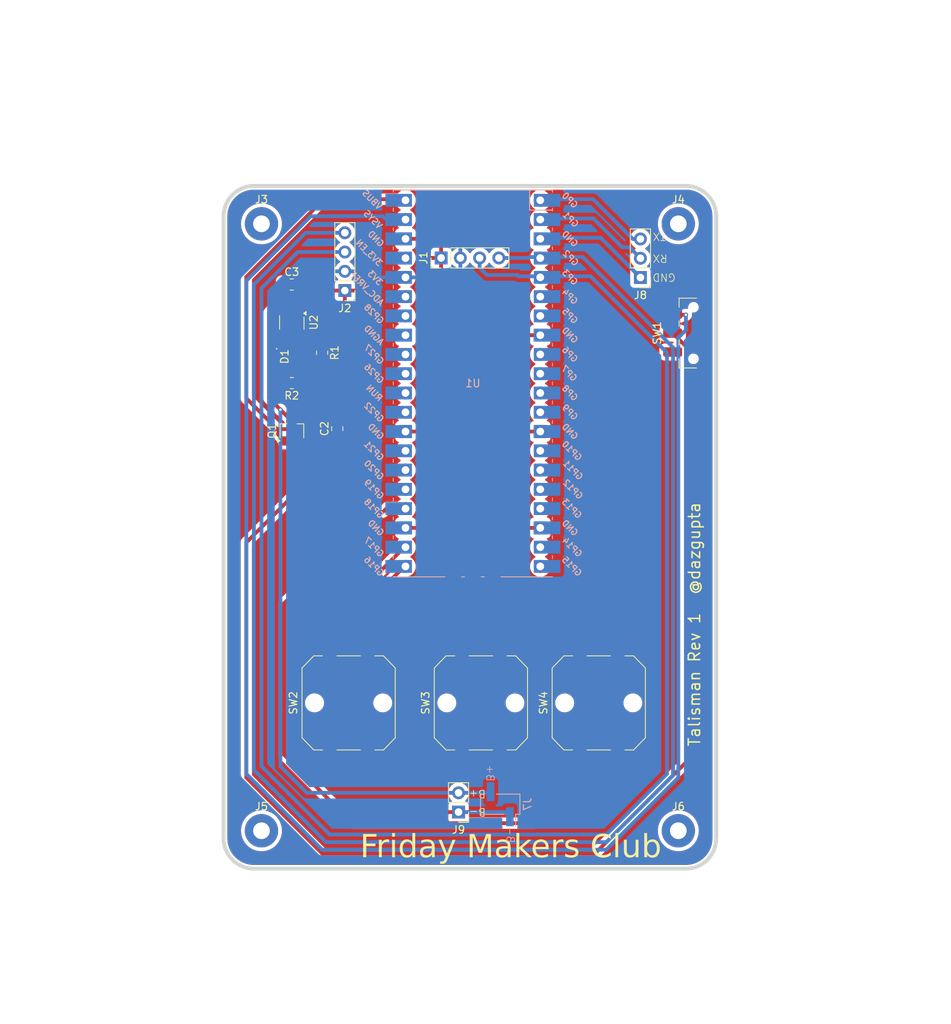
<source format=kicad_pcb>
(kicad_pcb (version 20240108) (generator "pcbnew") (generator_version "8.0")
  (title_block (title "Talisman ") (date "2024-11-01") (rev "2") (company "Friday Makers Club"))
  (layers (0 "F.Cu" signal) (31 "B.Cu" signal) (34 "B.Paste" user) (35 "F.Paste" user) (36 "B.SilkS" user "B.Silkscreen") (37 "F.SilkS" user "F.Silkscreen") (38 "B.Mask" user) (39 "F.Mask" user) (44 "Edge.Cuts" user))
  (net 0 "")
  (net 1 "VBAT+")
  (net 2 "VUSB")
  (net 3 "Net-(U2-PROG)")
  (net 4 "VSYS")
  (net 5 "+3V3")
  (net 7 "Net-(SW1-B)")
  (net 12 "BTLEFT")
  (net 13 "BTCENTER")
  (net 14 "BTRIGHT")
  (net 15 "Net-(J8-GND)")
  (net 16 "Net-(J8-RX)")
  (net 17 "Net-(J8-TX)")
  (net 18 "OLED_SCL")
  (net 19 "OLED_SDA")
  (net 20 "GND")
  (net 21 "Net-(D1-A)")
  (net 22 "Net-(D1-K)")
  (footprint "Connector_PinHeader_2.54mm:PinHeader_1x04_P2.54mm_Vertical" (layer "F.Cu") (at 108.7 59.5 90)
    (property "Reference" "J1" (at 0 -2.33 90) (layer "F.SilkS"))
    (property "Value" "OLED2")
    (fp_line (start -1.33 -1.33) (end 0 -1.33) (stroke (width 0.12)) (layer "F.SilkS"))
    (fp_line (start -1.33 0) (end -1.33 -1.33) (stroke (width 0.12)) (layer "F.SilkS"))
    (fp_line (start 1.33 1.27) (end 1.33 8.95) (stroke (width 0.12)) (layer "F.SilkS"))
    (fp_line (start -1.33 1.27) (end 1.33 1.27) (stroke (width 0.12)) (layer "F.SilkS"))
    (fp_line (start -1.33 1.27) (end -1.33 8.95) (stroke (width 0.12)) (layer "F.SilkS"))
    (fp_line (start -1.33 8.95) (end 1.33 8.95) (stroke (width 0.12)) (layer "F.SilkS"))
    (pad "1" thru_hole rect (at 0 0 90) (size 1.7 1.7) (drill 1) (layers "*.Cu" "*.Mask") (net 20 "GND"))
    (pad "2" thru_hole oval (at 0 2.54 90) (size 1.7 1.7) (drill 1) (layers "*.Cu" "*.Mask") (net 5 "+3V3"))
    (pad "3" thru_hole oval (at 0 5.08 90) (size 1.7 1.7) (drill 1) (layers "*.Cu" "*.Mask") (net 18 "OLED_SCL"))
    (pad "4" thru_hole oval (at 0 7.62 90) (size 1.7 1.7) (drill 1) (layers "*.Cu" "*.Mask") (net 19 "OLED_SDA"))
  )
  (footprint "Button_Switch_SMD:SW_SPDT_CK_JS102011SAQN" (layer "F.Cu") (at 142 69.4 90)
    (property "Reference" "SW1" (at 0 -4.8 90) (layer "F.SilkS"))
    (property "Value" "SW_SPDT")
    (fp_line (start 4.6 -1.9) (end 4.6 0.4) (stroke (width 0.12)) (layer "F.SilkS"))
    (fp_line (start 3.4 -1.9) (end 4.6 -1.9) (stroke (width 0.12)) (layer "F.SilkS"))
    (fp_line (start 1.6 -1.9) (end 0.9 -1.9) (stroke (width 0.12)) (layer "F.SilkS"))
    (fp_line (start -0.9 -1.9) (end -1.6 -1.9) (stroke (width 0.12)) (layer "F.SilkS"))
    (fp_line (start -4.6 -1.9) (end -3.4 -1.9) (stroke (width 0.12)) (layer "F.SilkS"))
    (fp_line (start -4.6 0.4) (end -4.6 -1.9) (stroke (width 0.12)) (layer "F.SilkS"))
    (pad "" np_thru_hole circle (at -3.4 0 90) (size 0.9 0.9) (drill 0.9) (layers "*.Cu" "*.Mask"))
    (pad "" np_thru_hole circle (at 3.4 0 90) (size 0.9 0.9) (drill 0.9) (layers "*.Cu" "*.Mask"))
    (pad "1" smd roundrect (at -2.5 -2.75 90) (size 1.25 2.5) (layers "F.Cu" "F.Paste" "F.Mask") (roundrect_rratio 0.2))
    (pad "2" smd roundrect (at 0 -2.75 90) (size 1.25 2.5) (layers "F.Cu" "F.Paste" "F.Mask") (roundrect_rratio 0.2) (net 7 "Net-(SW1-B)"))
    (pad "3" smd roundrect (at 2.5 -2.75 90) (size 1.25 2.5) (layers "F.Cu" "F.Paste" "F.Mask") (roundrect_rratio 0.2) (net 4 "VSYS"))
  )
  (footprint "footprints:PinHeader_DEBUG" (layer "F.Cu") (at 135 62.08 180)
    (property "Reference" "J8" (at 0 -2.33 0) (layer "F.SilkS"))
    (property "Value" "DEBUG_UART")
    (fp_line (start 1.33 1.27) (end 1.33 6.41) (stroke (width 0.12)) (layer "F.SilkS"))
    (fp_line (start -1.33 6.41) (end 1.33 6.41) (stroke (width 0.12)) (layer "F.SilkS"))
    (fp_line (start -1.33 1.27) (end 1.33 1.27) (stroke (width 0.12)) (layer "F.SilkS"))
    (fp_line (start -1.33 1.27) (end -1.33 6.41) (stroke (width 0.12)) (layer "F.SilkS"))
    (fp_line (start -1.33 0) (end -1.33 -1.33) (stroke (width 0.12)) (layer "F.SilkS"))
    (fp_line (start -1.33 -1.33) (end 0 -1.33) (stroke (width 0.12)) (layer "F.SilkS"))
    (fp_text user "RX" (at -3.640335 3.118239 180) (layer "F.SilkS") (effects (font (thickness 0.1)) (justify left bottom)))
    (fp_text user "GND" (at -4.70547 0.610453 180) (layer "F.SilkS") (effects (font (thickness 0.1)) (justify left bottom)))
    (fp_text user "TX" (at -3.411128 5.990059 180) (layer "F.SilkS") (effects (font (thickness 0.1)) (justify left bottom)))
    (pad "1" thru_hole rect (at 0 0 180) (size 1.7 1.7) (drill 1) (layers "*.Cu" "*.Mask") (net 15 "Net-(J8-GND)"))
    (pad "2" thru_hole oval (at 0 2.54 180) (size 1.7 1.7) (drill 1) (layers "*.Cu" "*.Mask") (net 16 "Net-(J8-RX)"))
    (pad "3" thru_hole oval (at 0 5.08 180) (size 1.7 1.7) (drill 1) (layers "*.Cu" "*.Mask") (net 17 "Net-(J8-TX)"))
  )
  (footprint "Button_Switch_SMD:SW_Push_1P1T_NO_CK_PTS125Sx43PSMTR" (layer "F.Cu") (at 129.5 118.15 90)
    (property "Reference" "SW4" (at 0 -7.3 90) (layer "F.SilkS"))
    (property "Value" "Right")
    (fp_line (start 4.6 -6.15) (end 6.2 -4.6) (stroke (width 0.12)) (layer "F.SilkS"))
    (fp_line (start -4.6 -6.15) (end 4.6 -6.15) (stroke (width 0.12)) (layer "F.SilkS"))
    (fp_line (start -6.2 -4.6) (end -4.6 -6.15) (stroke (width 0.12)) (layer "F.SilkS"))
    (fp_line (start 6.2 -3.45) (end 6.2 -4.6) (stroke (width 0.12)) (layer "F.SilkS"))
    (fp_line (start -6.2 -3.45) (end -6.2 -4.6) (stroke (width 0.12)) (layer "F.SilkS"))
    (fp_line (start 6.2 -1.55) (end 6.2 1.55) (stroke (width 0.12)) (layer "F.SilkS"))
    (fp_line (start -6.2 -1.55) (end -6.2 1.55) (stroke (width 0.12)) (layer "F.SilkS"))
    (fp_line (start 6.2 3.45) (end 6.2 4.6) (stroke (width 0.12)) (layer "F.SilkS"))
    (fp_line (start -6.2 3.45) (end -6.2 4.6) (stroke (width 0.12)) (layer "F.SilkS"))
    (fp_line (start -6.2 4.6) (end -4.6 6.15) (stroke (width 0.12)) (layer "F.SilkS"))
    (fp_line (start 4.6 6.15) (end 6.2 4.6) (stroke (width 0.12)) (layer "F.SilkS"))
    (fp_line (start -4.6 6.15) (end 4.6 6.15) (stroke (width 0.12)) (layer "F.SilkS"))
    (pad "" np_thru_hole circle (at 0 -4.5 90) (size 2 2) (drill 2) (layers "*.Cu" "*.Mask"))
    (pad "" np_thru_hole circle (at 0 4.5 90) (size 2 2) (drill 2) (layers "*.Cu" "*.Mask"))
    (pad "1" smd rect (at -7.15 -2.5 90) (size 2 1.5) (layers "F.Cu" "F.Paste" "F.Mask") (net 14 "BTRIGHT"))
    (pad "1" smd rect (at 7.15 -2.5 90) (size 2 1.5) (layers "F.Cu" "F.Paste" "F.Mask") (net 14 "BTRIGHT"))
    (pad "2" smd rect (at -7.15 2.5 90) (size 2 1.5) (layers "F.Cu" "F.Paste" "F.Mask") (net 20 "GND"))
    (pad "2" smd rect (at 7.15 2.5 90) (size 2 1.5) (layers "F.Cu" "F.Paste" "F.Mask") (net 20 "GND"))
  )
  (footprint "Capacitor_SMD:C_0805_2012Metric_Pad1.18x1.45mm_HandSolder" (layer "F.Cu") (at 95 82 90)
    (property "Reference" "C2" (at 0 -1.68 90) (layer "F.SilkS"))
    (property "Value" "1u")
    (fp_line (start -0.261252 -0.735) (end 0.261252 -0.735) (stroke (width 0.12)) (layer "F.SilkS"))
    (fp_line (start -0.261252 0.735) (end 0.261252 0.735) (stroke (width 0.12)) (layer "F.SilkS"))
    (pad "1" smd roundrect (at -1.0375 0 90) (size 1.175 1.45) (layers "F.Cu" "F.Paste" "F.Mask") (roundrect_rratio 0.212766) (net 7 "Net-(SW1-B)"))
    (pad "2" smd roundrect (at 1.0375 0 90) (size 1.175 1.45) (layers "F.Cu" "F.Paste" "F.Mask") (roundrect_rratio 0.212766) (net 20 "GND"))
  )
  (footprint "Button_Switch_SMD:SW_Push_1P1T_NO_CK_PTS125Sx43PSMTR" (layer "F.Cu") (at 96.5 118.15 90)
    (property "Reference" "SW2" (at 0 -7.3 90) (layer "F.SilkS"))
    (property "Value" "Left")
    (fp_line (start 4.6 -6.15) (end 6.2 -4.6) (stroke (width 0.12)) (layer "F.SilkS"))
    (fp_line (start -4.6 -6.15) (end 4.6 -6.15) (stroke (width 0.12)) (layer "F.SilkS"))
    (fp_line (start -6.2 -4.6) (end -4.6 -6.15) (stroke (width 0.12)) (layer "F.SilkS"))
    (fp_line (start 6.2 -3.45) (end 6.2 -4.6) (stroke (width 0.12)) (layer "F.SilkS"))
    (fp_line (start -6.2 -3.45) (end -6.2 -4.6) (stroke (width 0.12)) (layer "F.SilkS"))
    (fp_line (start 6.2 -1.55) (end 6.2 1.55) (stroke (width 0.12)) (layer "F.SilkS"))
    (fp_line (start -6.2 -1.55) (end -6.2 1.55) (stroke (width 0.12)) (layer "F.SilkS"))
    (fp_line (start 6.2 3.45) (end 6.2 4.6) (stroke (width 0.12)) (layer "F.SilkS"))
    (fp_line (start -6.2 3.45) (end -6.2 4.6) (stroke (width 0.12)) (layer "F.SilkS"))
    (fp_line (start -6.2 4.6) (end -4.6 6.15) (stroke (width 0.12)) (layer "F.SilkS"))
    (fp_line (start 4.6 6.15) (end 6.2 4.6) (stroke (width 0.12)) (layer "F.SilkS"))
    (fp_line (start -4.6 6.15) (end 4.6 6.15) (stroke (width 0.12)) (layer "F.SilkS"))
    (pad "" np_thru_hole circle (at 0 -4.5 90) (size 2 2) (drill 2) (layers "*.Cu" "*.Mask"))
    (pad "" np_thru_hole circle (at 0 4.5 90) (size 2 2) (drill 2) (layers "*.Cu" "*.Mask"))
    (pad "1" smd rect (at -7.15 -2.5 90) (size 2 1.5) (layers "F.Cu" "F.Paste" "F.Mask") (net 12 "BTLEFT"))
    (pad "1" smd rect (at 7.15 -2.5 90) (size 2 1.5) (layers "F.Cu" "F.Paste" "F.Mask") (net 12 "BTLEFT"))
    (pad "2" smd rect (at -7.15 2.5 90) (size 2 1.5) (layers "F.Cu" "F.Paste" "F.Mask") (net 20 "GND"))
    (pad "2" smd rect (at 7.15 2.5 90) (size 2 1.5) (layers "F.Cu" "F.Paste" "F.Mask") (net 20 "GND"))
  )
  (footprint "footprints:BATT_TH" (layer "F.Cu") (at 111 132.54 180)
    (property "Reference" "J9" (at 0 -2.33 0) (layer "F.SilkS"))
    (property "Value" "BATT_ALT")
    (fp_line (start 1.33 1.27) (end 1.33 3.87) (stroke (width 0.12)) (layer "F.SilkS"))
    (fp_line (start -1.33 3.87) (end 1.33 3.87) (stroke (width 0.12)) (layer "F.SilkS"))
    (fp_line (start -1.33 1.27) (end 1.33 1.27) (stroke (width 0.12)) (layer "F.SilkS"))
    (fp_line (start -1.33 1.27) (end -1.33 3.87) (stroke (width 0.12)) (layer "F.SilkS"))
    (fp_line (start -1.33 0) (end -1.33 -1.33) (stroke (width 0.12)) (layer "F.SilkS"))
    (fp_line (start -1.33 -1.33) (end 0 -1.33) (stroke (width 0.12)) (layer "F.SilkS"))
    (fp_text user "B-" (at -3.670399 0.592805 180) (layer "F.SilkS") (effects (font (thickness 0.1)) (justify left bottom)))
    (fp_text user "B+" (at -3.660791 2.994899 180) (layer "F.SilkS") (effects (font (thickness 0.1)) (justify left bottom)))
    (pad "1" thru_hole rect (at 0 0 180) (size 1.7 1.7) (drill 1) (layers "*.Cu" "*.Mask") (net 20 "GND"))
    (pad "2" thru_hole oval (at 0 2.54 180) (size 1.7 1.7) (drill 1) (layers "*.Cu" "*.Mask") (net 1 "VBAT+"))
  )
  (footprint "Resistor_SMD:R_0805_2012Metric_Pad1.20x1.40mm_HandSolder" (layer "F.Cu") (at 93 72 -90)
    (property "Reference" "R1" (at 0 -1.65 90) (layer "F.SilkS"))
    (property "Value" "10K")
    (fp_line (start -0.227064 0.735) (end 0.227064 0.735) (stroke (width 0.12)) (layer "F.SilkS"))
    (fp_line (start -0.227064 -0.735) (end 0.227064 -0.735) (stroke (width 0.12)) (layer "F.SilkS"))
    (pad "1" smd roundrect (at -1 0 270) (size 1.2 1.4) (layers "F.Cu" "F.Paste" "F.Mask") (roundrect_rratio 0.208333) (net 3 "Net-(U2-PROG)"))
    (pad "2" smd roundrect (at 1 0 270) (size 1.2 1.4) (layers "F.Cu" "F.Paste" "F.Mask") (roundrect_rratio 0.208333) (net 20 "GND"))
  )
  (footprint "MountingHole:MountingHole_2.2mm_M2_Pad" (layer "F.Cu") (at 85 55)
    (property "Reference" "J3" (at 0 -3.2 0) (layer "F.SilkS"))
    (property "Value" "MountingHole1")
    (pad "1" thru_hole circle (at 0 0) (size 4.4 4.4) (drill 2.2) (layers "*.Cu" "*.Mask"))
  )
  (footprint "Resistor_SMD:R_0805_2012Metric_Pad1.20x1.40mm_HandSolder" (layer "F.Cu") (at 89 63)
    (property "Reference" "C3" (at 0 -1.65 0) (layer "F.SilkS"))
    (property "Value" "4u7")
    (fp_line (start -0.227064 -0.735) (end 0.227064 -0.735) (stroke (width 0.12)) (layer "F.SilkS"))
    (fp_line (start -0.227064 0.735) (end 0.227064 0.735) (stroke (width 0.12)) (layer "F.SilkS"))
    (pad "1" smd roundrect (at -1 0) (size 1.2 1.4) (layers "F.Cu" "F.Paste" "F.Mask") (roundrect_rratio 0.208333) (net 1 "VBAT+"))
    (pad "2" smd roundrect (at 1 0) (size 1.2 1.4) (layers "F.Cu" "F.Paste" "F.Mask") (roundrect_rratio 0.208333) (net 20 "GND"))
  )
  (footprint "MountingHole:MountingHole_2.2mm_M2_Pad" (layer "F.Cu") (at 140 55)
    (property "Reference" "J4" (at 0 -3.2 0) (layer "F.SilkS"))
    (property "Value" "MountingHole2")
    (pad "1" thru_hole circle (at 0 0) (size 4.4 4.4) (drill 2.2) (layers "*.Cu" "*.Mask"))
  )
  (footprint "MountingHole:MountingHole_2.2mm_M2_Pad" (layer "F.Cu") (at 140 135)
    (property "Reference" "J6" (at 0 -3.2 0) (layer "F.SilkS"))
    (property "Value" "MountingHole4")
    (pad "1" thru_hole circle (at 0 0) (size 4.4 4.4) (drill 2.2) (layers "*.Cu" "*.Mask"))
  )
  (footprint "LED_SMD:LED_0201_0603Metric_Pad0.64x0.40mm_HandSolder" (layer "F.Cu") (at 87 72.5 -90)
    (property "Reference" "D1" (at 0 -1.05 90) (layer "F.SilkS"))
    (property "Value" "LED")
    (fp_circle (center -1.035 0) (end -0.985 0) (stroke (width 0.1)) (fill none) (layer "F.SilkS"))
    (pad "1" smd roundrect (at -0.4075 0 270) (size 0.635 0.4) (layers "F.Cu" "F.Mask") (net 22 "Net-(D1-K)"))
    (pad "2" smd roundrect (at 0.4075 0 270) (size 0.635 0.4) (layers "F.Cu" "F.Mask") (net 21 "Net-(D1-A)"))
  )
  (footprint "MountingHole:MountingHole_2.2mm_M2_Pad" (layer "F.Cu") (at 85 135)
    (property "Reference" "J5" (at 0 -3.2 0) (layer "F.SilkS"))
    (property "Value" "MountingHole3")
    (pad "1" thru_hole circle (at 0 0) (size 4.4 4.4) (drill 2.2) (layers "*.Cu" "*.Mask"))
  )
  (footprint "Resistor_SMD:R_0805_2012Metric_Pad1.20x1.40mm_HandSolder" (layer "F.Cu") (at 89 76 180)
    (property "Reference" "R2" (at 0 -1.65 0) (layer "F.SilkS"))
    (property "Value" "470")
    (fp_line (start -0.227064 0.735) (end 0.227064 0.735) (stroke (width 0.12)) (layer "F.SilkS"))
    (fp_line (start -0.227064 -0.735) (end 0.227064 -0.735) (stroke (width 0.12)) (layer "F.SilkS"))
    (pad "1" smd roundrect (at -1 0 180) (size 1.2 1.4) (layers "F.Cu" "F.Paste" "F.Mask") (roundrect_rratio 0.208333) (net 2 "VUSB"))
    (pad "2" smd roundrect (at 1 0 180) (size 1.2 1.4) (layers "F.Cu" "F.Paste" "F.Mask") (roundrect_rratio 0.208333) (net 21 "Net-(D1-A)"))
  )
  (footprint "Package_TO_SOT_SMD:TSOT-23" (layer "F.Cu") (at 89 82.31 90)
    (property "Reference" "Q1" (at 0 -2.6 90) (layer "F.SilkS"))
    (property "Value" "DMP1045U")
    (fp_line (start 0.96 -1.54) (end -0.89 -1.54) (stroke (width 0.12)) (layer "F.SilkS"))
    (fp_line (start 0.96 -1.54) (end 0.96 -0.65) (stroke (width 0.12)) (layer "F.SilkS"))
    (fp_line (start 0.945 0.69) (end 0.945 1.58) (stroke (width 0.12)) (layer "F.SilkS"))
    (fp_line (start 0.945 1.58) (end -0.905 1.58) (stroke (width 0.12)) (layer "F.SilkS"))
    (fp_poly (pts (xy -1.28 -1.55) (xy -1.52 -1.88) (xy -1.04 -1.88) (xy -1.28 -1.55)) (stroke (width 0.12)) (fill solid) (layer "F.SilkS"))
    (pad "1" smd roundrect (at -1.31 -0.95 90) (size 1.22 0.65) (layers "F.Cu" "F.Paste" "F.Mask") (net 2 "VUSB"))
    (pad "2" smd roundrect (at -1.31 0.95 90) (size 1.22 0.65) (layers "F.Cu" "F.Paste" "F.Mask") (net 7 "Net-(SW1-B)"))
    (pad "3" smd roundrect (at 1.31 0 90) (size 1.22 0.65) (layers "F.Cu" "F.Paste" "F.Mask") (net 1 "VBAT+"))
  )
  (footprint "Package_TO_SOT_SMD:SOT-23-5_HandSoldering" (layer "F.Cu") (at 89 68 -90)
    (property "Reference" "U2" (at 0 -2.9 90) (layer "F.SilkS"))
    (property "Value" "MCP73831T-2ACI_OT")
    (fp_line (start -0.9 1.61) (end 0.9 1.61) (stroke (width 0.12)) (layer "F.SilkS"))
    (fp_line (start 0.1 -1.61) (end -0.7 -1.61) (stroke (width 0.12)) (layer "F.SilkS"))
    (fp_line (start 0.1 -1.61) (end 0.9 -1.61) (stroke (width 0.12)) (layer "F.SilkS"))
    (fp_poly (pts (xy -1.2 -1.56) (xy -1.44 -1.89) (xy -0.96 -1.89) (xy -1.2 -1.56)) (stroke (width 0.12)) (fill solid) (layer "F.SilkS"))
    (pad "1" smd roundrect (at -1.35 -0.95 270) (size 1.56 0.65) (layers "F.Cu" "F.Paste" "F.Mask") (net 22 "Net-(D1-K)"))
    (pad "2" smd roundrect (at -1.35 0 270) (size 1.56 0.65) (layers "F.Cu" "F.Paste" "F.Mask") (net 20 "GND"))
    (pad "3" smd roundrect (at -1.35 0.95 270) (size 1.56 0.65) (layers "F.Cu" "F.Paste" "F.Mask") (net 1 "VBAT+"))
    (pad "4" smd roundrect (at 1.35 0.95 270) (size 1.56 0.65) (layers "F.Cu" "F.Paste" "F.Mask") (net 2 "VUSB"))
    (pad "5" smd roundrect (at 1.35 -0.95 270) (size 1.56 0.65) (layers "F.Cu" "F.Paste" "F.Mask") (net 3 "Net-(U2-PROG)"))
  )
  (footprint "Connector_PinHeader_2.54mm:PinHeader_1x04_P2.54mm_Vertical" (layer "F.Cu") (at 96 63.8 180)
    (property "Reference" "J2" (at 0 -2.33 0) (layer "F.SilkS"))
    (property "Value" "OLED1")
    (fp_line (start 1.33 1.27) (end 1.33 8.95) (stroke (width 0.12)) (layer "F.SilkS"))
    (fp_line (start -1.33 8.95) (end 1.33 8.95) (stroke (width 0.12)) (layer "F.SilkS"))
    (fp_line (start -1.33 1.27) (end 1.33 1.27) (stroke (width 0.12)) (layer "F.SilkS"))
    (fp_line (start -1.33 1.27) (end -1.33 8.95) (stroke (width 0.12)) (layer "F.SilkS"))
    (fp_line (start -1.33 0) (end -1.33 -1.33) (stroke (width 0.12)) (layer "F.SilkS"))
    (fp_line (start -1.33 -1.33) (end 0 -1.33) (stroke (width 0.12)) (layer "F.SilkS"))
    (pad "1" thru_hole rect (at 0 0 180) (size 1.7 1.7) (drill 1) (layers "*.Cu" "*.Mask") (net 20 "GND"))
    (pad "2" thru_hole oval (at 0 2.54 180) (size 1.7 1.7) (drill 1) (layers "*.Cu" "*.Mask") (net 5 "+3V3"))
    (pad "3" thru_hole oval (at 0 5.08 180) (size 1.7 1.7) (drill 1) (layers "*.Cu" "*.Mask") (net 18 "OLED_SCL"))
    (pad "4" thru_hole oval (at 0 7.62 180) (size 1.7 1.7) (drill 1) (layers "*.Cu" "*.Mask") (net 19 "OLED_SDA"))
  )
  (footprint "Button_Switch_SMD:SW_Push_1P1T_NO_CK_PTS125Sx43PSMTR" (layer "F.Cu") (at 113.95 118.15 90)
    (property "Reference" "SW3" (at 0 -7.3 90) (layer "F.SilkS"))
    (property "Value" "Center")
    (fp_line (start 4.6 -6.15) (end 6.2 -4.6) (stroke (width 0.12)) (layer "F.SilkS"))
    (fp_line (start -4.6 -6.15) (end 4.6 -6.15) (stroke (width 0.12)) (layer "F.SilkS"))
    (fp_line (start -6.2 -4.6) (end -4.6 -6.15) (stroke (width 0.12)) (layer "F.SilkS"))
    (fp_line (start 6.2 -3.45) (end 6.2 -4.6) (stroke (width 0.12)) (layer "F.SilkS"))
    (fp_line (start -6.2 -3.45) (end -6.2 -4.6) (stroke (width 0.12)) (layer "F.SilkS"))
    (fp_line (start 6.2 -1.55) (end 6.2 1.55) (stroke (width 0.12)) (layer "F.SilkS"))
    (fp_line (start -6.2 -1.55) (end -6.2 1.55) (stroke (width 0.12)) (layer "F.SilkS"))
    (fp_line (start 6.2 3.45) (end 6.2 4.6) (stroke (width 0.12)) (layer "F.SilkS"))
    (fp_line (start -6.2 3.45) (end -6.2 4.6) (stroke (width 0.12)) (layer "F.SilkS"))
    (fp_line (start -6.2 4.6) (end -4.6 6.15) (stroke (width 0.12)) (layer "F.SilkS"))
    (fp_line (start 4.6 6.15) (end 6.2 4.6) (stroke (width 0.12)) (layer "F.SilkS"))
    (fp_line (start -4.6 6.15) (end 4.6 6.15) (stroke (width 0.12)) (layer "F.SilkS"))
    (pad "" np_thru_hole circle (at 0 -4.5 90) (size 2 2) (drill 2) (layers "*.Cu" "*.Mask"))
    (pad "" np_thru_hole circle (at 0 4.5 90) (size 2 2) (drill 2) (layers "*.Cu" "*.Mask"))
    (pad "1" smd rect (at -7.15 -2.5 90) (size 2 1.5) (layers "F.Cu" "F.Paste" "F.Mask") (net 13 "BTCENTER"))
    (pad "1" smd rect (at 7.15 -2.5 90) (size 2 1.5) (layers "F.Cu" "F.Paste" "F.Mask") (net 13 "BTCENTER"))
    (pad "2" smd rect (at -7.15 2.5 90) (size 2 1.5) (layers "F.Cu" "F.Paste" "F.Mask") (net 20 "GND"))
    (pad "2" smd rect (at 7.15 2.5 90) (size 2 1.5) (layers "F.Cu" "F.Paste" "F.Mask") (net 20 "GND"))
  )
  (footprint "footprints:BATT" (layer "B.Cu") (at 116.5 131.5 90)
    (property "Reference" "J7" (at 0 3.6 90) (layer "B.SilkS") (effects (justify mirror)))
    (property "Value" "BATT")
    (fp_line (start 1.33 -2.6) (end -1.33 -2.6) (stroke (width 0.12)) (layer "B.SilkS"))
    (fp_line (start 1.33 -2.6) (end 1.33 -2.03) (stroke (width 0.12)) (layer "B.SilkS"))
    (fp_line (start -1.33 -2.6) (end -1.33 0.51) (stroke (width 0.12)) (layer "B.SilkS"))
    (fp_line (start 1.33 -0.51) (end 1.33 2.6) (stroke (width 0.12)) (layer "B.SilkS"))
    (fp_line (start -1.33 2.03) (end -1.33 2.6) (stroke (width 0.12)) (layer "B.SilkS"))
    (fp_line (start -2.85 2.03) (end -1.33 2.03) (stroke (width 0.12)) (layer "B.SilkS"))
    (fp_line (start 1.33 2.6) (end -1.33 2.6) (stroke (width 0.12)) (layer "B.SilkS"))
    (fp_text user "B-" (at -5.21077 0.75 -90) (layer "B.SilkS") (effects (font (thickness 0.1)) (justify left bottom mirror)))
    (fp_text user "B+" (at 2.909372 -1.903675 -90) (layer "B.SilkS") (effects (font (thickness 0.1)) (justify left bottom mirror)))
    (pad "1" smd rect (at -1.655 1.27 90) (size 2.51 1) (layers "B.Cu" "B.Paste" "B.Mask") (net 20 "GND"))
    (pad "2" smd rect (at 1.655 -1.27 90) (size 2.51 1) (layers "B.Cu" "B.Paste" "B.Mask") (net 1 "VBAT+"))
  )
  (footprint "MCU_RaspberryPi_and_Boards:RPi_Pico_SMD_TH" (layer "B.Cu") (at 112.89 76.03 180)
    (property "Reference" "U1" (at 0 0 0) (layer "B.SilkS") (effects (justify mirror)))
    (property "Value" "Pico")
    (fp_line (start 10.5 25.5) (end -10.5 25.5) (stroke (width 0.12)) (layer "B.SilkS"))
    (fp_line (start 10.5 25.2) (end 10.5 25.5) (stroke (width 0.12)) (layer "B.SilkS"))
    (fp_line (start 10.5 22.7) (end 10.5 23.1) (stroke (width 0.12)) (layer "B.SilkS"))
    (fp_line (start 10.5 20.1) (end 10.5 20.5) (stroke (width 0.12)) (layer "B.SilkS"))
    (fp_line (start 10.5 17.6) (end 10.5 18) (stroke (width 0.12)) (layer "B.SilkS"))
    (fp_line (start 10.5 15) (end 10.5 15.4) (stroke (width 0.12)) (layer "B.SilkS"))
    (fp_line (start 10.5 12.5) (end 10.5 12.9) (stroke (width 0.12)) (layer "B.SilkS"))
    (fp_line (start 10.5 10) (end 10.5 10.4) (stroke (width 0.12)) (layer "B.SilkS"))
    (fp_line (start 10.5 7.4) (end 10.5 7.8) (stroke (width 0.12)) (layer "B.SilkS"))
    (fp_line (start 10.5 4.9) (end 10.5 5.3) (stroke (width 0.12)) (layer "B.SilkS"))
    (fp_line (start 10.5 2.3) (end 10.5 2.7) (stroke (width 0.12)) (layer "B.SilkS"))
    (fp_line (start 10.5 -0.2) (end 10.5 0.2) (stroke (width 0.12)) (layer "B.SilkS"))
    (fp_line (start 10.5 -2.7) (end 10.5 -2.3) (stroke (width 0.12)) (layer "B.SilkS"))
    (fp_line (start 10.5 -5.3) (end 10.5 -4.9) (stroke (width 0.12)) (layer "B.SilkS"))
    (fp_line (start 10.5 -7.8) (end 10.5 -7.4) (stroke (width 0.12)) (layer "B.SilkS"))
    (fp_line (start 10.5 -10.4) (end 10.5 -10) (stroke (width 0.12)) (layer "B.SilkS"))
    (fp_line (start 10.5 -12.9) (end 10.5 -12.5) (stroke (width 0.12)) (layer "B.SilkS"))
    (fp_line (start 10.5 -15.5) (end 10.5 -15.1) (stroke (width 0.12)) (layer "B.SilkS"))
    (fp_line (start 10.5 -18) (end 10.5 -17.6) (stroke (width 0.12)) (layer "B.SilkS"))
    (fp_line (start 10.5 -20.5) (end 10.5 -20.1) (stroke (width 0.12)) (layer "B.SilkS"))
    (fp_line (start 10.5 -23.1) (end 10.5 -22.7) (stroke (width 0.12)) (layer "B.SilkS"))
    (fp_line (start 3.7 -25.5) (end 10.5 -25.5) (stroke (width 0.12)) (layer "B.SilkS"))
    (fp_line (start 1.5 -25.5) (end 1.1 -25.5) (stroke (width 0.12)) (layer "B.SilkS"))
    (fp_line (start -1.1 -25.5) (end -1.5 -25.5) (stroke (width 0.12)) (layer "B.SilkS"))
    (fp_line (start -7.493 25.5) (end -7.493 22.833) (stroke (width 0.12)) (layer "B.SilkS"))
    (fp_line (start -7.493 22.833) (end -10.5 22.833) (stroke (width 0.12)) (layer "B.SilkS"))
    (fp_line (start -10.5 25.2) (end -10.5 25.5) (stroke (width 0.12)) (layer "B.SilkS"))
    (fp_line (start -10.5 22.7) (end -10.5 23.1) (stroke (width 0.12)) (layer "B.SilkS"))
    (fp_line (start -10.5 20.1) (end -10.5 20.5) (stroke (width 0.12)) (layer "B.SilkS"))
    (fp_line (start -10.5 17.6) (end -10.5 18) (stroke (width 0.12)) (layer "B.SilkS"))
    (fp_line (start -10.5 15) (end -10.5 15.4) (stroke (width 0.12)) (layer "B.SilkS"))
    (fp_line (start -10.5 12.5) (end -10.5 12.9) (stroke (width 0.12)) (layer "B.SilkS"))
    (fp_line (start -10.5 10) (end -10.5 10.4) (stroke (width 0.12)) (layer "B.SilkS"))
    (fp_line (start -10.5 7.4) (end -10.5 7.8) (stroke (width 0.12)) (layer "B.SilkS"))
    (fp_line (start -10.5 4.9) (end -10.5 5.3) (stroke (width 0.12)) (layer "B.SilkS"))
    (fp_line (start -10.5 2.3) (end -10.5 2.7) (stroke (width 0.12)) (layer "B.SilkS"))
    (fp_line (start -10.5 -0.2) (end -10.5 0.2) (stroke (width 0.12)) (layer "B.SilkS"))
    (fp_line (start -10.5 -2.7) (end -10.5 -2.3) (stroke (width 0.12)) (layer "B.SilkS"))
    (fp_line (start -10.5 -5.3) (end -10.5 -4.9) (stroke (width 0.12)) (layer "B.SilkS"))
    (fp_line (start -10.5 -7.8) (end -10.5 -7.4) (stroke (width 0.12)) (layer "B.SilkS"))
    (fp_line (start -10.5 -10.4) (end -10.5 -10) (stroke (width 0.12)) (layer "B.SilkS"))
    (fp_line (start -10.5 -12.9) (end -10.5 -12.5) (stroke (width 0.12)) (layer "B.SilkS"))
    (fp_line (start -10.5 -15.5) (end -10.5 -15.1) (stroke (width 0.12)) (layer "B.SilkS"))
    (fp_line (start -10.5 -18) (end -10.5 -17.6) (stroke (width 0.12)) (layer "B.SilkS"))
    (fp_line (start -10.5 -20.5) (end -10.5 -20.1) (stroke (width 0.12)) (layer "B.SilkS"))
    (fp_line (start -10.5 -23.1) (end -10.5 -22.7) (stroke (width 0.12)) (layer "B.SilkS"))
    (fp_line (start -10.5 -25.5) (end -3.7 -25.5) (stroke (width 0.12)) (layer "B.SilkS"))
    (fp_text user "GP1" (at -12.9 21.6 135) (layer "B.SilkS") (effects (font (size 0.8 0.8)) (justify mirror)))
    (fp_text user "GND" (at -12.8 6.35 135) (layer "B.SilkS") (effects (font (size 0.8 0.8)) (justify mirror)))
    (fp_text user "GP14" (at -13.1 -21.59 135) (layer "B.SilkS") (effects (font (size 0.8 0.8)) (justify mirror)))
    (fp_text user "GND" (at -12.8 -19.05 135) (layer "B.SilkS") (effects (font (size 0.8 0.8)) (justify mirror)))
    (fp_text user "GND" (at 12.8 -6.35 135) (layer "B.SilkS") (effects (font (size 0.8 0.8)) (justify mirror)))
    (fp_text user "GP6" (at -12.8 3.81 135) (layer "B.SilkS") (effects (font (size 0.8 0.8)) (justify mirror)))
    (fp_text user "GP22" (at 13.054 -3.81 135) (layer "B.SilkS") (effects (font (size 0.8 0.8)) (justify mirror)))
    (fp_text user "GP15" (at -13.054 -24.13 135) (layer "B.SilkS") (effects (font (size 0.8 0.8)) (justify mirror)))
    (fp_text user "GP27" (at 13.054 3.8 135) (layer "B.SilkS") (effects (font (size 0.8 0.8)) (justify mirror)))
    (fp_text user "GP4" (at -12.8 11.43 135) (layer "B.SilkS") (effects (font (size 0.8 0.8)) (justify mirror)))
    (fp_text user "GP28" (at 13.054 9.144 135) (layer "B.SilkS") (effects (font (size 0.8 0.8)) (justify mirror)))
    (fp_text user "VSYS" (at 13.2 21.59 135) (layer "B.SilkS") (effects (font (size 0.8 0.8)) (justify mirror)))
    (fp_text user "3V3_EN" (at 13.7 17.2 135) (layer "B.SilkS") (effects (font (size 0.8 0.8)) (justify mirror)))
    (fp_text user "GP7" (at -12.7 1.3 135) (layer "B.SilkS") (effects (font (size 0.8 0.8)) (justify mirror)))
    (fp_text user "GP21" (at 13.054 -8.9 135) (layer "B.SilkS") (effects (font (size 0.8 0.8)) (justify mirror)))
    (fp_text user "AGND" (at 13.054 6.35 135) (layer "B.SilkS") (effects (font (size 0.8 0.8)) (justify mirror)))
    (fp_text user "GP16" (at 13.054 -24.13 135) (layer "B.SilkS") (effects (font (size 0.8 0.8)) (justify mirror)))
    (fp_text user "GP5" (at -12.8 8.89 135) (layer "B.SilkS") (effects (font (size 0.8 0.8)) (justify mirror)))
    (fp_text user "GP20" (at 13.054 -11.43 135) (layer "B.SilkS") (effects (font (size 0.8 0.8)) (justify mirror)))
    (fp_text user "GP2" (at -12.9 16.51 135) (layer "B.SilkS") (effects (font (size 0.8 0.8)) (justify mirror)))
    (fp_text user "3V3" (at 12.9 13.9 135) (layer "B.SilkS") (effects (font (size 0.8 0.8)) (justify mirror)))
    (fp_text user "GND" (at 12.8 19.05 135) (layer "B.SilkS") (effects (font (size 0.8 0.8)) (justify mirror)))
    (fp_text user "ADC_VREF" (at 14 12.5 135) (layer "B.SilkS") (effects (font (size 0.8 0.8)) (justify mirror)))
    (fp_text user "GP9" (at -12.8 -3.81 135) (layer "B.SilkS") (effects (font (size 0.8 0.8)) (justify mirror)))
    (fp_text user "GND" (at 12.8 -19.05 135) (layer "B.SilkS") (effects (font (size 0.8 0.8)) (justify mirror)))
    (fp_text user "GP18" (at 13.054 -16.51 135) (layer "B.SilkS") (effects (font (size 0.8 0.8)) (justify mirror)))
    (fp_text user "GP0" (at -12.8 24.13 135) (layer "B.SilkS") (effects (font (size 0.8 0.8)) (justify mirror)))
    (fp_text user "GP8" (at -12.8 -1.27 135) (layer "B.SilkS") (effects (font (size 0.8 0.8)) (justify mirror)))
    (fp_text user "GP11" (at -13.2 -11.43 135) (layer "B.SilkS") (effects (font (size 0.8 0.8)) (justify mirror)))
    (fp_text user "RUN" (at 13 -1.27 135) (layer "B.SilkS") (effects (font (size 0.8 0.8)) (justify mirror)))
    (fp_text user "GP12" (at -13.2 -13.97 135) (layer "B.SilkS") (effects (font (size 0.8 0.8)) (justify mirror)))
    (fp_text user "GND" (at -12.8 -6.35 135) (layer "B.SilkS") (effects (font (size 0.8 0.8)) (justify mirror)))
    (fp_text user "GP13" (at -13.054 -16.51 135) (layer "B.SilkS") (effects (font (size 0.8 0.8)) (justify mirror)))
    (fp_text user "GP26" (at 13.054 1.27 135) (layer "B.SilkS") (effects (font (size 0.8 0.8)) (justify mirror)))
    (fp_text user "GND" (at -12.8 19.05 135) (layer "B.SilkS") (effects (font (size 0.8 0.8)) (justify mirror)))
    (fp_text user "GP10" (at -13.054 -8.89 135) (layer "B.SilkS") (effects (font (size 0.8 0.8)) (justify mirror)))
    (fp_text user "GP3" (at -12.8 13.97 135) (layer "B.SilkS") (effects (font (size 0.8 0.8)) (justify mirror)))
    (fp_text user "GP17" (at 13.054 -21.59 135) (layer "B.SilkS") (effects (font (size 0.8 0.8)) (justify mirror)))
    (fp_text user "VBUS" (at 13.3 24.2 135) (layer "B.SilkS") (effects (font (size 0.8 0.8)) (justify mirror)))
    (fp_text user "GP19" (at 13.054 -13.97 135) (layer "B.SilkS") (effects (font (size 0.8 0.8)) (justify mirror)))
    (pad "1" thru_hole oval (at -8.89 24.13 180) (size 1.7 1.7) (drill 1.02) (layers "*.Cu" "*.Mask") (net 17 "Net-(J8-TX)"))
    (pad "1" smd rect (at -8.89 24.13 180) (size 3.5 1.7) (drill (offset -0.9 0)) (layers "B.Cu" "B.Mask") (net 17 "Net-(J8-TX)"))
    (pad "2" thru_hole oval (at -8.89 21.59 180) (size 1.7 1.7) (drill 1.02) (layers "*.Cu" "*.Mask") (net 16 "Net-(J8-RX)"))
    (pad "2" smd rect (at -8.89 21.59 180) (size 3.5 1.7) (drill (offset -0.9 0)) (layers "B.Cu" "B.Mask") (net 16 "Net-(J8-RX)"))
    (pad "3" thru_hole rect (at -8.89 19.05 180) (size 1.7 1.7) (drill 1.02) (layers "*.Cu" "*.Mask") (net 15 "Net-(J8-GND)"))
    (pad "3" smd rect (at -8.89 19.05 180) (size 3.5 1.7) (drill (offset -0.9 0)) (layers "B.Cu" "B.Mask") (net 15 "Net-(J8-GND)"))
    (pad "4" thru_hole oval (at -8.89 16.51 180) (size 1.7 1.7) (drill 1.02) (layers "*.Cu" "*.Mask") (net 19 "OLED_SDA"))
    (pad "4" smd rect (at -8.89 16.51 180) (size 3.5 1.7) (drill (offset -0.9 0)) (layers "B.Cu" "B.Mask") (net 19 "OLED_SDA"))
    (pad "5" thru_hole oval (at -8.89 13.97 180) (size 1.7 1.7) (drill 1.02) (layers "*.Cu" "*.Mask") (net 18 "OLED_SCL"))
    (pad "5" smd rect (at -8.89 13.97 180) (size 3.5 1.7) (drill (offset -0.9 0)) (layers "B.Cu" "B.Mask") (net 18 "OLED_SCL"))
    (pad "6" thru_hole oval (at -8.89 11.43 180) (size 1.7 1.7) (drill 1.02) (layers "*.Cu" "*.Mask"))
    (pad "6" smd rect (at -8.89 11.43 180) (size 3.5 1.7) (drill (offset -0.9 0)) (layers "B.Cu" "B.Mask"))
    (pad "7" thru_hole oval (at -8.89 8.89 180) (size 1.7 1.7) (drill 1.02) (layers "*.Cu" "*.Mask"))
    (pad "7" smd rect (at -8.89 8.89 180) (size 3.5 1.7) (drill (offset -0.9 0)) (layers "B.Cu" "B.Mask"))
    (pad "8" thru_hole rect (at -8.89 6.35 180) (size 1.7 1.7) (drill 1.02) (layers "*.Cu" "*.Mask") (net 20 "GND"))
    (pad "8" smd rect (at -8.89 6.35 180) (size 3.5 1.7) (drill (offset -0.9 0)) (layers "B.Cu" "B.Mask") (net 20 "GND"))
    (pad "9" thru_hole oval (at -8.89 3.81 180) (size 1.7 1.7) (drill 1.02) (layers "*.Cu" "*.Mask"))
    (pad "9" smd rect (at -8.89 3.81 180) (size 3.5 1.7) (drill (offset -0.9 0)) (layers "B.Cu" "B.Mask"))
    (pad "10" thru_hole oval (at -8.89 1.27 180) (size 1.7 1.7) (drill 1.02) (layers "*.Cu" "*.Mask"))
    (pad "10" smd rect (at -8.89 1.27 180) (size 3.5 1.7) (drill (offset -0.9 0)) (layers "B.Cu" "B.Mask"))
    (pad "11" thru_hole oval (at -8.89 -1.27 180) (size 1.7 1.7) (drill 1.02) (layers "*.Cu" "*.Mask"))
    (pad "11" smd rect (at -8.89 -1.27 180) (size 3.5 1.7) (drill (offset -0.9 0)) (layers "B.Cu" "B.Mask"))
    (pad "12" thru_hole oval (at -8.89 -3.81 180) (size 1.7 1.7) (drill 1.02) (layers "*.Cu" "*.Mask"))
    (pad "12" smd rect (at -8.89 -3.81 180) (size 3.5 1.7) (drill (offset -0.9 0)) (layers "B.Cu" "B.Mask"))
    (pad "13" thru_hole rect (at -8.89 -6.35 180) (size 1.7 1.7) (drill 1.02) (layers "*.Cu" "*.Mask") (net 20 "GND"))
    (pad "13" smd rect (at -8.89 -6.35 180) (size 3.5 1.7) (drill (offset -0.9 0)) (layers "B.Cu" "B.Mask") (net 20 "GND"))
    (pad "14" thru_hole oval (at -8.89 -8.89 180) (size 1.7 1.7) (drill 1.02) (layers "*.Cu" "*.Mask"))
    (pad "14" smd rect (at -8.89 -8.89 180) (size 3.5 1.7) (drill (offset -0.9 0)) (layers "B.Cu" "B.Mask"))
    (pad "15" thru_hole oval (at -8.89 -11.43 180) (size 1.7 1.7) (drill 1.02) (layers "*.Cu" "*.Mask"))
    (pad "15" smd rect (at -8.89 -11.43 180) (size 3.5 1.7) (drill (offset -0.9 0)) (layers "B.Cu" "B.Mask"))
    (pad "16" thru_hole oval (at -8.89 -13.97 180) (size 1.7 1.7) (drill 1.02) (layers "*.Cu" "*.Mask"))
    (pad "16" smd rect (at -8.89 -13.97 180) (size 3.5 1.7) (drill (offset -0.9 0)) (layers "B.Cu" "B.Mask"))
    (pad "17" thru_hole oval (at -8.89 -16.51 180) (size 1.7 1.7) (drill 1.02) (layers "*.Cu" "*.Mask"))
    (pad "17" smd rect (at -8.89 -16.51 180) (size 3.5 1.7) (drill (offset -0.9 0)) (layers "B.Cu" "B.Mask"))
    (pad "18" thru_hole rect (at -8.89 -19.05 180) (size 1.7 1.7) (drill 1.02) (layers "*.Cu" "*.Mask") (net 20 "GND"))
    (pad "18" smd rect (at -8.89 -19.05 180) (size 3.5 1.7) (drill (offset -0.9 0)) (layers "B.Cu" "B.Mask") (net 20 "GND"))
    (pad "19" thru_hole oval (at -8.89 -21.59 180) (size 1.7 1.7) (drill 1.02) (layers "*.Cu" "*.Mask"))
    (pad "19" smd rect (at -8.89 -21.59 180) (size 3.5 1.7) (drill (offset -0.9 0)) (layers "B.Cu" "B.Mask"))
    (pad "20" thru_hole oval (at -8.89 -24.13 180) (size 1.7 1.7) (drill 1.02) (layers "*.Cu" "*.Mask"))
    (pad "20" smd rect (at -8.89 -24.13 180) (size 3.5 1.7) (drill (offset -0.9 0)) (layers "B.Cu" "B.Mask"))
    (pad "21" thru_hole oval (at 8.89 -24.13 180) (size 1.7 1.7) (drill 1.02) (layers "*.Cu" "*.Mask") (net 12 "BTLEFT"))
    (pad "21" smd rect (at 8.89 -24.13 180) (size 3.5 1.7) (drill (offset 0.9 0)) (layers "B.Cu" "B.Mask") (net 12 "BTLEFT"))
    (pad "22" thru_hole oval (at 8.89 -21.59 180) (size 1.7 1.7) (drill 1.02) (layers "*.Cu" "*.Mask") (net 13 "BTCENTER"))
    (pad "22" smd rect (at 8.89 -21.59 180) (size 3.5 1.7) (drill (offset 0.9 0)) (layers "B.Cu" "B.Mask") (net 13 "BTCENTER"))
    (pad "23" thru_hole rect (at 8.89 -19.05 180) (size 1.7 1.7) (drill 1.02) (layers "*.Cu" "*.Mask") (net 20 "GND"))
    (pad "23" smd rect (at 8.89 -19.05 180) (size 3.5 1.7) (drill (offset 0.9 0)) (layers "B.Cu" "B.Mask") (net 20 "GND"))
    (pad "24" thru_hole oval (at 8.89 -16.51 180) (size 1.7 1.7) (drill 1.02) (layers "*.Cu" "*.Mask") (net 14 "BTRIGHT"))
    (pad "24" smd rect (at 8.89 -16.51 180) (size 3.5 1.7) (drill (offset 0.9 0)) (layers "B.Cu" "B.Mask") (net 14 "BTRIGHT"))
    (pad "25" thru_hole oval (at 8.89 -13.97 180) (size 1.7 1.7) (drill 1.02) (layers "*.Cu" "*.Mask"))
    (pad "25" smd rect (at 8.89 -13.97 180) (size 3.5 1.7) (drill (offset 0.9 0)) (layers "B.Cu" "B.Mask"))
    (pad "26" thru_hole oval (at 8.89 -11.43 180) (size 1.7 1.7) (drill 1.02) (layers "*.Cu" "*.Mask"))
    (pad "26" smd rect (at 8.89 -11.43 180) (size 3.5 1.7) (drill (offset 0.9 0)) (layers "B.Cu" "B.Mask"))
    (pad "27" thru_hole oval (at 8.89 -8.89 180) (size 1.7 1.7) (drill 1.02) (layers "*.Cu" "*.Mask"))
    (pad "27" smd rect (at 8.89 -8.89 180) (size 3.5 1.7) (drill (offset 0.9 0)) (layers "B.Cu" "B.Mask"))
    (pad "28" thru_hole rect (at 8.89 -6.35 180) (size 1.7 1.7) (drill 1.02) (layers "*.Cu" "*.Mask") (net 20 "GND"))
    (pad "28" smd rect (at 8.89 -6.35 180) (size 3.5 1.7) (drill (offset 0.9 0)) (layers "B.Cu" "B.Mask") (net 20 "GND"))
    (pad "29" thru_hole oval (at 8.89 -3.81 180) (size 1.7 1.7) (drill 1.02) (layers "*.Cu" "*.Mask"))
    (pad "29" smd rect (at 8.89 -3.81 180) (size 3.5 1.7) (drill (offset 0.9 0)) (layers "B.Cu" "B.Mask"))
    (pad "30" thru_hole oval (at 8.89 -1.27 180) (size 1.7 1.7) (drill 1.02) (layers "*.Cu" "*.Mask"))
    (pad "30" smd rect (at 8.89 -1.27 180) (size 3.5 1.7) (drill (offset 0.9 0)) (layers "B.Cu" "B.Mask"))
    (pad "31" thru_hole oval (at 8.89 1.27 180) (size 1.7 1.7) (drill 1.02) (layers "*.Cu" "*.Mask"))
    (pad "31" smd rect (at 8.89 1.27 180) (size 3.5 1.7) (drill (offset 0.9 0)) (layers "B.Cu" "B.Mask"))
    (pad "32" thru_hole oval (at 8.89 3.81 180) (size 1.7 1.7) (drill 1.02) (layers "*.Cu" "*.Mask"))
    (pad "32" smd rect (at 8.89 3.81 180) (size 3.5 1.7) (drill (offset 0.9 0)) (layers "B.Cu" "B.Mask"))
    (pad "33" thru_hole rect (at 8.89 6.35 180) (size 1.7 1.7) (drill 1.02) (layers "*.Cu" "*.Mask"))
    (pad "33" smd rect (at 8.89 6.35 180) (size 3.5 1.7) (drill (offset 0.9 0)) (layers "B.Cu" "B.Mask"))
    (pad "34" thru_hole oval (at 8.89 8.89 180) (size 1.7 1.7) (drill 1.02) (layers "*.Cu" "*.Mask"))
    (pad "34" smd rect (at 8.89 8.89 180) (size 3.5 1.7) (drill (offset 0.9 0)) (layers "B.Cu" "B.Mask"))
    (pad "35" thru_hole oval (at 8.89 11.43 180) (size 1.7 1.7) (drill 1.02) (layers "*.Cu" "*.Mask"))
    (pad "35" smd rect (at 8.89 11.43 180) (size 3.5 1.7) (drill (offset 0.9 0)) (layers "B.Cu" "B.Mask"))
    (pad "36" thru_hole oval (at 8.89 13.97 180) (size 1.7 1.7) (drill 1.02) (layers "*.Cu" "*.Mask") (net 5 "+3V3"))
    (pad "36" smd rect (at 8.89 13.97 180) (size 3.5 1.7) (drill (offset 0.9 0)) (layers "B.Cu" "B.Mask") (net 5 "+3V3"))
    (pad "37" thru_hole oval (at 8.89 16.51 180) (size 1.7 1.7) (drill 1.02) (layers "*.Cu" "*.Mask"))
    (pad "37" smd rect (at 8.89 16.51 180) (size 3.5 1.7) (drill (offset 0.9 0)) (layers "B.Cu" "B.Mask"))
    (pad "38" thru_hole rect (at 8.89 19.05 180) (size 1.7 1.7) (drill 1.02) (layers "*.Cu" "*.Mask") (net 20 "GND"))
    (pad "38" smd rect (at 8.89 19.05 180) (size 3.5 1.7) (drill (offset 0.9 0)) (layers "B.Cu" "B.Mask") (net 20 "GND"))
    (pad "39" thru_hole oval (at 8.89 21.59 180) (size 1.7 1.7) (drill 1.02) (layers "*.Cu" "*.Mask") (net 4 "VSYS"))
    (pad "39" smd rect (at 8.89 21.59 180) (size 3.5 1.7) (drill (offset 0.9 0)) (layers "B.Cu" "B.Mask") (net 4 "VSYS"))
    (pad "40" thru_hole oval (at 8.89 24.13 180) (size 1.7 1.7) (drill 1.02) (layers "*.Cu" "*.Mask") (net 2 "VUSB"))
    (pad "40" smd rect (at 8.89 24.13 180) (size 3.5 1.7) (drill (offset 0.9 0)) (layers "B.Cu" "B.Mask") (net 2 "VUSB"))
  )
  (gr_arc (start 80 54) (mid 81.171573 51.171573) (end 84 50) (stroke (width 0.5)) (layer "Edge.Cuts"))
  (gr_arc (start 84 140) (mid 81.171573 138.828427) (end 80 136) (stroke (width 0.5)) (layer "Edge.Cuts"))
  (gr_arc (start 145 136) (mid 143.828427 138.828427) (end 141 140) (stroke (width 0.5)) (layer "Edge.Cuts"))
  (gr_arc (start 141 50) (mid 143.828427 51.171573) (end 145 54) (stroke (width 0.5)) (layer "Edge.Cuts"))
  (gr_line (start 84 50) (end 141 50) (stroke (width 0.5)) (layer "Edge.Cuts"))
  (gr_line (start 141 140) (end 84 140) (stroke (width 0.5)) (layer "Edge.Cuts"))
  (gr_line (start 80 136) (end 80 54) (stroke (width 0.5)) (layer "Edge.Cuts"))
  (gr_line (start 145 54) (end 145 136) (stroke (width 0.5)) (layer "Edge.Cuts"))
  (gr_text "@dazgupta" (at 143 104 90) (layer "F.SilkS") (effects (font (size 1.5 1.5) (thickness 0.2)) (justify left bottom)))
  (gr_text "Talisman Rev 1" (at 143 124 90) (layer "F.SilkS") (effects (font (size 1.5 1.5) (thickness 0.2)) (justify left bottom)))
  (gr_text "Friday Makers Club" (at 98 139 0) (layer "F.SilkS") (effects (font (size 3 3) (thickness 0.3)) (justify left bottom)))
  (segment (start 88.05 64) (end 88 63.95) (width 0.5) (layer "F.Cu") (net 1))
  (segment (start 88.05 66.65) (end 88.05 64) (width 0.5) (layer "F.Cu") (net 1))
  (segment (start 88 63.95) (end 88 63) (width 0.5) (layer "F.Cu") (net 1))
  (segment (start 89 81) (end 86 78) (width 0.5) (layer "F.Cu") (net 1))
  (segment (start 86 78) (end 86 66.7) (width 0.5) (layer "F.Cu") (net 1))
  (segment (start 88.05 64.65) (end 88.05 64) (width 0.5) (layer "F.Cu") (net 1))
  (segment (start 86 66.7) (end 88.05 64.65) (width 0.5) (layer "F.Cu") (net 1))
  (via (at 87.5 79.5) (size 0.6) (drill 0.3) (layers "F.Cu" "B.Cu") (net 1))
  (segment (start 115.075 130) (end 115.23 129.845) (width 0.5) (layer "B.Cu") (net 1))
  (segment (start 111 130) (end 91 130) (width 0.5) (layer "B.Cu") (net 1))
  (segment (start 91 130) (end 87.5 126.5) (width 0.5) (layer "B.Cu") (net 1))
  (segment (start 111 130) (end 115.075 130) (width 0.5) (layer "B.Cu") (net 1))
  (segment (start 87.5 126.5) (end 87.5 79.5) (width 0.5) (layer "B.Cu") (net 1))
  (segment (start 89.420708 82.06) (end 90 81.480708) (width 0.5) (layer "F.Cu") (net 2))
  (segment (start 83 78) (end 87.06 82.06) (width 0.5) (layer "F.Cu") (net 2))
  (segment (start 87.06 82.63) (end 88.05 83.62) (width 0.5) (layer "F.Cu") (net 2))
  (segment (start 104 51.76) (end 93.24 51.76) (width 0.5) (layer "F.Cu") (net 2))
  (segment (start 90 76) (end 88 74) (width 0.5) (layer "F.Cu") (net 2))
  (segment (start 90 81.480708) (end 90 76) (width 0.5) (layer "F.Cu") (net 2))
  (segment (start 93.24 51.76) (end 83 62) (width 0.5) (layer "F.Cu") (net 2))
  (segment (start 87.06 82.06) (end 87.06 82.63) (width 0.5) (layer "F.Cu") (net 2))
  (segment (start 88 74) (end 88 69.4) (width 0.5) (layer "F.Cu") (net 2))
  (segment (start 87.06 82.06) (end 89.420708 82.06) (width 0.5) (layer "F.Cu") (net 2))
  (segment (start 88 69.4) (end 88.05 69.35) (width 0.5) (layer "F.Cu") (net 2))
  (segment (start 83 62) (end 83 78) (width 0.5) (layer "F.Cu") (net 2))
  (segment (start 90 69.4) (end 90 70) (width 0.5) (layer "F.Cu") (net 3))
  (segment (start 91 71) (end 93 71) (width 0.5) (layer "F.Cu") (net 3))
  (segment (start 89.95 69.35) (end 90 69.4) (width 0.5) (layer "F.Cu") (net 3))
  (segment (start 90 70) (end 91 71) (width 0.5) (layer "F.Cu") (net 3))
  (segment (start 139.35 67) (end 139.25 66.9) (width 0.5) (layer "F.Cu") (net 4))
  (segment (start 141 67) (end 139.35 67) (width 0.5) (layer "F.Cu") (net 4))
  (via (at 141 67) (size 0.6) (drill 0.3) (layers "F.Cu" "B.Cu") (net 4))
  (segment (start 83 127.5) (end 83 62.5) (width 0.5) (layer "B.Cu") (net 4))
  (segment (start 140 70) (end 140 128) (width 0.5) (layer "B.Cu") (net 4))
  (segment (start 141 67) (end 141 69) (width 0.5) (layer "B.Cu") (net 4))
  (segment (start 141 69) (end 140 70) (width 0.5) (layer "B.Cu") (net 4))
  (segment (start 101 54) (end 101.3 54.3) (width 0.5) (layer "B.Cu") (net 4))
  (segment (start 91.5 54) (end 101 54) (width 0.5) (layer "B.Cu") (net 4))
  (segment (start 93 137.5) (end 83 127.5) (width 0.5) (layer "B.Cu") (net 4))
  (segment (start 83 62.5) (end 91.5 54) (width 0.5) (layer "B.Cu") (net 4))
  (segment (start 101.3 54.3) (end 104 54.3) (width 0.5) (layer "B.Cu") (net 4))
  (segment (start 130.5 137.5) (end 93 137.5) (width 0.5) (layer "B.Cu") (net 4))
  (segment (start 140 128) (end 130.5 137.5) (width 0.5) (layer "B.Cu") (net 4))
  (segment (start 94.18594 61.26) (end 94.180506 61.265434) (width 0.5) (layer "B.Cu") (net 5))
  (segment (start 95 83.0375) (end 95 85) (width 0.5) (layer "F.Cu") (net 7))
  (segment (start 129 138) (end 141 126) (width 0.5) (layer "F.Cu") (net 7))
  (segment (start 89.95 83.62) (end 90.5325 83.0375) (width 0.5) (layer "F.Cu") (net 7))
  (segment (start 90.5325 83.0375) (end 95 83.0375) (width 0.5) (layer "F.Cu") (net 7))
  (segment (start 93 138) (end 129 138) (width 0.5) (layer "F.Cu") (net 7))
  (segment (start 95 85) (end 83 97) (width 0.5) (layer "F.Cu") (net 7))
  (segment (start 83 128) (end 93 138) (width 0.5) (layer "F.Cu") (net 7))
  (segment (start 141 71.15) (end 139.25 69.4) (width 0.5) (layer "F.Cu") (net 7))
  (segment (start 141 126) (end 141 71.15) (width 0.5) (layer "F.Cu") (net 7))
  (segment (start 83 97) (end 83 128) (width 0.5) (layer "F.Cu") (net 7))
  (segment (start 95 110) (end 95 109.02) (width 0.5) (layer "F.Cu") (net 12))
  (segment (start 95 109.02) (end 104 100.02) (width 0.5) (layer "F.Cu") (net 12))
  (segment (start 94 111) (end 94 125.3) (width 0.5) (layer "F.Cu") (net 12))
  (segment (start 94 111) (end 95 110) (width 0.5) (layer "F.Cu") (net 12))
  (segment (start 104.48 97.48) (end 104 97.48) (width 0.5) (layer "F.Cu") (net 13))
  (segment (start 111.45 125.55) (end 109 128) (width 0.5) (layer "F.Cu") (net 13))
  (segment (start 91 117.02868) (end 91 110.48) (width 0.5) (layer "F.Cu") (net 13))
  (segment (start 91 110.48) (end 104 97.48) (width 0.5) (layer "F.Cu") (net 13))
  (segment (start 109 128) (end 94.05 128) (width 0.5) (layer "F.Cu") (net 13))
  (segment (start 111.45 111) (end 111.45 125.3) (width 0.5) (layer "F.Cu") (net 13))
  (segment (start 94.05 128) (end 92.8 126.75) (width 0.5) (layer "F.Cu") (net 13))
  (segment (start 111.45 125.3) (end 111.45 125.55) (width 0.5) (layer "F.Cu") (net 13))
  (segment (start 90.5 124) (end 90.5 117.52868) (width 0.5) (layer "F.Cu") (net 13))
  (segment (start 92.8 126.3) (end 90.5 124) (width 0.5) (layer "F.Cu") (net 13))
  (segment (start 92.8 126.75) (end 92.8 126.3) (width 0.5) (layer "F.Cu") (net 13))
  (segment (start 90.5 117.52868) (end 91 117.02868) (width 0.5) (layer "F.Cu") (net 13))
  (segment (start 100 93) (end 101 93) (width 0.5) (layer "F.Cu") (net 14))
  (segment (start 121 134) (end 97 134) (width 0.5) (layer "F.Cu") (net 14))
  (segment (start 101.6 92.4) (end 104 92.4) (width 0.5) (layer "F.Cu") (net 14))
  (segment (start 127 128) (end 121 134) (width 0.5) (layer "F.Cu") (net 14))
  (segment (start 101 93) (end 101.6 92.4) (width 0.5) (layer "F.Cu") (net 14))
  (segment (start 127 125.3) (end 127 128) (width 0.5) (layer "F.Cu") (net 14))
  (segment (start 88 105) (end 100 93) (width 0.5) (layer "F.Cu") (net 14))
  (segment (start 88 125) (end 88 105) (width 0.5) (layer "F.Cu") (net 14))
  (segment (start 127 111) (end 127 125.3) (width 0.5) (layer "F.Cu") (net 14))
  (segment (start 97 134) (end 88 125) (width 0.5) (layer "F.Cu") (net 14))
  (segment (start 129.753447 56.833447) (end 121.786553 56.833447) (width 0.5) (layer "B.Cu") (net 15))
  (segment (start 121.786553 56.833447) (end 121.78 56.84) (width 0.5) (layer "B.Cu") (net 15))
  (segment (start 135 62.08) (end 129.753447 56.833447) (width 0.5) (layer "B.Cu") (net 15))
  (segment (start 132.574161 58.074161) (end 133.534161 58.074161) (width 0.5) (layer "B.Cu") (net 16))
  (segment (start 133.534161 58.074161) (end 135 59.54) (width 0.5) (layer "B.Cu") (net 16))
  (segment (start 128.8 54.3) (end 132.574161 58.074161) (width 0.5) (layer "B.Cu") (net 16))
  (segment (start 121.78 54.3) (end 128.8 54.3) (width 0.5) (layer "B.Cu") (net 16))
  (segment (start 134 57) (end 128.76 51.76) (width 0.5) (layer "B.Cu") (net 17))
  (segment (start 128.76 51.76) (end 121.78 51.76) (width 0.5) (layer "B.Cu") (net 17))
  (segment (start 135 57) (end 134 57) (width 0.5) (layer "B.Cu") (net 17))
  (segment (start 85 63.5) (end 89.78 58.72) (width 0.5) (layer "B.Cu") (net 18))
  (segment (start 118.75 61.75) (end 118.92 61.92) (width 0.5) (layer "B.Cu") (net 18))
  (segment (start 89.78 58.72) (end 96 58.72) (width 0.5) (layer "B.Cu") (net 18))
  (segment (start 138.5 72) (end 138.5 127.5) (width 0.5) (layer "B.Cu") (net 18))
  (segment (start 128.42 61.92) (end 138.5 72) (width 0.5) (layer "B.Cu") (net 18))
  (segment (start 113.78 59.5) (end 113.78 60.78) (width 0.5) (layer "B.Cu") (net 18))
  (segment (start 130.5 135.5) (end 94 135.5) (width 0.5) (layer "B.Cu") (net 18))
  (segment (start 94 135.5) (end 85 126.5) (width 0.5) (layer "B.Cu") (net 18))
  (segment (start 85 126.5) (end 85 63.5) (width 0.5) (layer "B.Cu") (net 18))
  (segment (start 118.92 61.92) (end 128.42 61.92) (width 0.5) (layer "B.Cu") (net 18))
  (segment (start 138.5 127.5) (end 130.5 135.5) (width 0.5) (layer "B.Cu") (net 18))
  (segment (start 113.78 60.78) (end 114.75 61.75) (width 0.5) (layer "B.Cu") (net 18))
  (segment (start 114.75 61.75) (end 118.75 61.75) (width 0.5) (layer "B.Cu") (net 18))
  (segment (start 84 127) (end 84 63) (width 0.5) (layer "B.Cu") (net 19))
  (segment (start 120.26 59.5) (end 120.38 59.38) (width 0.5) (layer "B.Cu") (net 19))
  (segment (start 93.5 136.5) (end 84 127) (width 0.5) (layer "B.Cu") (net 19))
  (segment (start 130.5 136.5) (end 93.5 136.5) (width 0.5) (layer "B.Cu") (net 19))
  (segment (start 116.32 59.5) (end 120.26 59.5) (width 0.5) (layer "B.Cu") (net 19))
  (segment (start 120.38 59.38) (end 127.38 59.38) (width 0.5) (layer "B.Cu") (net 19))
  (segment (start 90.82 56.18) (end 96 56.18) (width 0.5) (layer "B.Cu") (net 19))
  (segment (start 139.3 71.3) (end 139.3 127.7) (width 0.5) (layer "B.Cu") (net 19))
  (segment (start 84 63) (end 90.82 56.18) (width 0.5) (layer "B.Cu") (net 19))
  (segment (start 127.38 59.38) (end 139.3 71.3) (width 0.5) (layer "B.Cu") (net 19))
  (segment (start 139.3 127.7) (end 130.5 136.5) (width 0.5) (layer "B.Cu") (net 19))
  (segment (start 89 65.5) (end 90 64.5) (width 0.5) (layer "F.Cu") (net 20))
  (segment (start 90 64.5) (end 90 63) (width 0.5) (layer "F.Cu") (net 20))
  (segment (start 89 66.65) (end 89 65.5) (width 0.5) (layer "F.Cu") (net 20))
  (segment (start 111 132.54) (end 117.155 132.54) (width 0.5) (layer "B.Cu") (net 20))
  (segment (start 111.385 132.155) (end 111 132.54) (width 0.5) (layer "B.Cu") (net 20))
  (segment (start 117.155 132.54) (end 117.77 133.155) (width 0.5) (layer "B.Cu") (net 20))
  (segment (start 87 75) (end 87 72.9075) (width 0.3) (layer "F.Cu") (net 21))
  (segment (start 88 76) (end 87 75) (width 0.3) (layer "F.Cu") (net 21))
  (segment (start 87 72.0925) (end 87 68.749292) (width 0.3) (layer "F.Cu") (net 22))
  (segment (start 87 68.749292) (end 87.869292 67.88) (width 0.3) (layer "F.Cu") (net 22))
  (segment (start 89.62 67.88) (end 89.95 67.55) (width 0.3) (layer "F.Cu") (net 22))
  (segment (start 87.869292 67.88) (end 89.62 67.88) (width 0.3) (layer "F.Cu") (net 22))
  (segment (start 89.95 67.55) (end 89.95 66.65) (width 0.3) (layer "F.Cu") (net 22))
  (zone (net 20) (net_name "GND") (layer "F.Cu") (priority 3) (connect_pads (clearance 0.5)) (min_thickness 0.25) (fill yes (thermal_gap 0.5) (thermal_bridge_width 0.5) (island_removal_mode 1) (island_area_min 10))
    (polygon (pts (xy 172 41) (xy 176 150.5) (xy 74 160.5) (xy 50.5 118.5) (xy 62 36.5) (xy 92.5 25.5) (xy 155.5 26) (xy 172.5 40.5)))
  )
  (zone (net 5) (net_name "+3V3") (layer "B.Cu") (priority 2) (connect_pads (clearance 0.5)) (min_thickness 0.25) (fill yes (thermal_gap 0.5) (thermal_bridge_width 0.5) (island_removal_mode 1) (island_area_min 10))
    (polygon (pts (xy 66.5 35.5) (xy 60.5 133.5) (xy 81 159) (xy 170 146.5) (xy 167.5 37) (xy 153.5 30.5) (xy 95.5 28)))
  )
)
</source>
